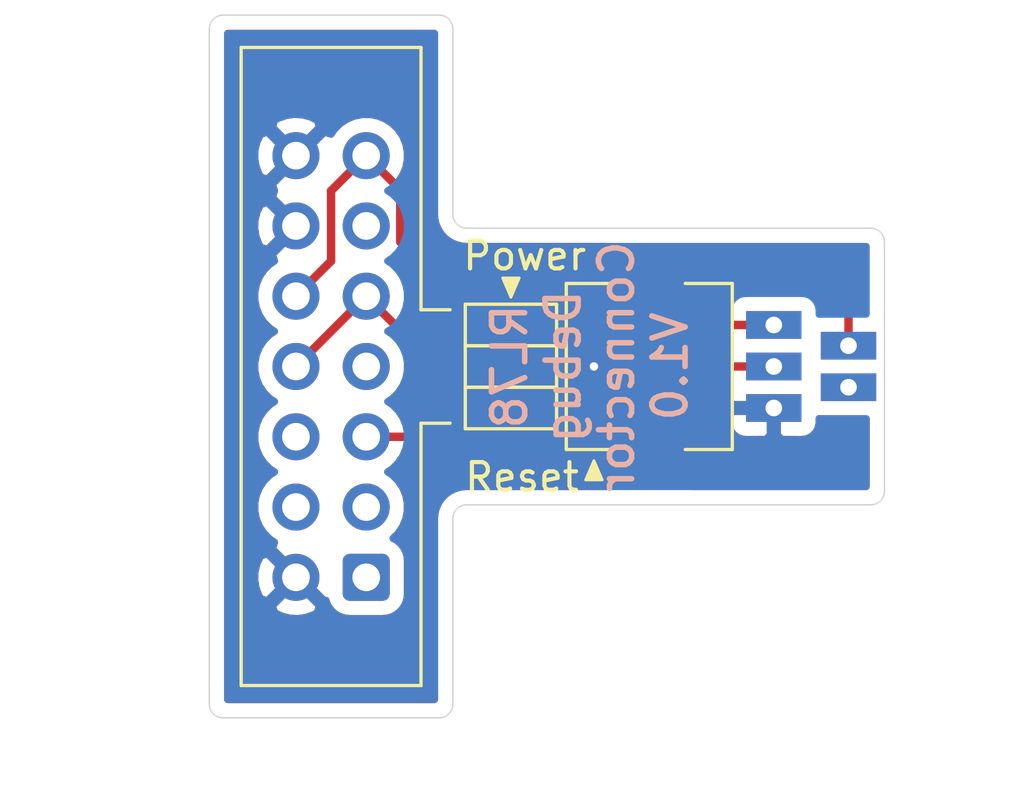
<source format=kicad_pcb>
(kicad_pcb (version 20171130) (host pcbnew "(5.1.9-0-10_14)")

  (general
    (thickness 1.6)
    (drawings 23)
    (tracks 37)
    (zones 0)
    (modules 6)
    (nets 6)
  )

  (page A4)
  (title_block
    (title RL78DebugConnector)
    (date 2021-04-10)
    (rev V1.0)
    (company https://github.com/KimiakiK)
  )

  (layers
    (0 F.Cu signal)
    (31 B.Cu signal)
    (32 B.Adhes user)
    (33 F.Adhes user)
    (34 B.Paste user)
    (35 F.Paste user)
    (36 B.SilkS user)
    (37 F.SilkS user)
    (38 B.Mask user)
    (39 F.Mask user)
    (40 Dwgs.User user)
    (41 Cmts.User user)
    (42 Eco1.User user)
    (43 Eco2.User user)
    (44 Edge.Cuts user)
    (45 Margin user)
    (46 B.CrtYd user)
    (47 F.CrtYd user)
    (48 B.Fab user)
    (49 F.Fab user hide)
  )

  (setup
    (last_trace_width 0.3048)
    (trace_clearance 0.2032)
    (zone_clearance 0.508)
    (zone_45_only no)
    (trace_min 0.2032)
    (via_size 0.6096)
    (via_drill 0.3048)
    (via_min_size 0.6096)
    (via_min_drill 0.3048)
    (uvia_size 0.2032)
    (uvia_drill 0.1016)
    (uvias_allowed no)
    (uvia_min_size 0.2032)
    (uvia_min_drill 0.1016)
    (edge_width 0.05)
    (segment_width 0.2)
    (pcb_text_width 0.3)
    (pcb_text_size 1.5 1.5)
    (mod_edge_width 0.12)
    (mod_text_size 1 1)
    (mod_text_width 0.15)
    (pad_size 1.524 1.524)
    (pad_drill 0.762)
    (pad_to_mask_clearance 0)
    (aux_axis_origin 0 0)
    (visible_elements FFFFFF7F)
    (pcbplotparams
      (layerselection 0x010fc_ffffffff)
      (usegerberextensions true)
      (usegerberattributes false)
      (usegerberadvancedattributes false)
      (creategerberjobfile false)
      (excludeedgelayer true)
      (linewidth 0.100000)
      (plotframeref false)
      (viasonmask false)
      (mode 1)
      (useauxorigin false)
      (hpglpennumber 1)
      (hpglpenspeed 20)
      (hpglpendiameter 15.000000)
      (psnegative false)
      (psa4output false)
      (plotreference true)
      (plotvalue true)
      (plotinvisibletext false)
      (padsonsilk false)
      (subtractmaskfromsilk false)
      (outputformat 1)
      (mirror false)
      (drillshape 0)
      (scaleselection 1)
      (outputdirectory "RL78DebugConnector/"))
  )

  (net 0 "")
  (net 1 GND)
  (net 2 "Net-(D1-Pad2)")
  (net 3 +5V)
  (net 4 /RESET)
  (net 5 /TOOL0)

  (net_class Default "This is the default net class."
    (clearance 0.2032)
    (trace_width 0.3048)
    (via_dia 0.6096)
    (via_drill 0.3048)
    (uvia_dia 0.2032)
    (uvia_drill 0.1016)
    (diff_pair_width 0.2032)
    (diff_pair_gap 0.2032)
    (add_net +5V)
    (add_net /RESET)
    (add_net /TOOL0)
    (add_net GND)
    (add_net "Net-(D1-Pad2)")
  )

  (module RL78DebugConnector:Mini_USB_Male (layer F.Cu) (tedit 6071A3A9) (tstamp 6071E906)
    (at 10 0 90)
    (path /6073C7C0)
    (fp_text reference J2 (at 0 -6.2 90) (layer F.SilkS) hide
      (effects (font (size 1 1) (thickness 0.15)))
    )
    (fp_text value USB_B_Mini_Pin_Reverse (at 0 6.2 90) (layer F.Fab)
      (effects (font (size 1 1) (thickness 0.15)))
    )
    (fp_line (start -2.75 -3) (end 2.75 -3) (layer F.Fab) (width 0.12))
    (fp_line (start -2.75 0) (end -2.75 -5) (layer F.Fab) (width 0.12))
    (fp_line (start 2.75 0) (end -2.75 0) (layer F.Fab) (width 0.12))
    (fp_line (start 2.75 -5) (end 2.75 0) (layer F.Fab) (width 0.12))
    (fp_line (start -2.75 -5) (end 2.75 -5) (layer F.Fab) (width 0.12))
    (fp_line (start -2.5 5) (end -2.5 0) (layer F.Fab) (width 0.12))
    (fp_line (start 2.5 5) (end -2.5 5) (layer F.Fab) (width 0.12))
    (fp_line (start 2.5 0) (end 2.5 5) (layer F.Fab) (width 0.12))
    (fp_line (start -2.5 0) (end 2.5 0) (layer F.Fab) (width 0.12))
    (pad 5 thru_hole rect (at 1.5 -4 90) (size 1 2) (drill 0.6) (layers *.Cu *.Mask)
      (net 3 +5V))
    (pad 4 thru_hole rect (at 0.75 -1.3 90) (size 1 2) (drill 0.6) (layers *.Cu *.Mask)
      (net 4 /RESET))
    (pad 3 thru_hole rect (at 0 -4 90) (size 1 2) (drill 0.6) (layers *.Cu *.Mask)
      (net 5 /TOOL0))
    (pad 2 thru_hole rect (at -0.75 -1.3 90) (size 1 2) (drill 0.6) (layers *.Cu *.Mask))
    (pad 1 thru_hole rect (at -1.5 -4 90) (size 1 2) (drill 0.6) (layers *.Cu *.Mask)
      (net 1 GND))
  )

  (module RL78DebugConnector:IDC-Header_2x07_P2.54mm_Vertical (layer F.Cu) (tedit 60718D31) (tstamp 6071E8F4)
    (at -10 0 180)
    (descr "Through hole IDC box header, 2x07, 2.54mm pitch, DIN 41651 / IEC 60603-13, double rows, https://docs.google.com/spreadsheets/d/16SsEcesNF15N3Lb4niX7dcUr-NY5_MFPQhobNuNppn4/edit#gid=0")
    (tags "Through hole vertical IDC box header THT 2x07 2.54mm double row")
    (path /607192B1)
    (fp_text reference J1 (at 0 -13.72) (layer F.SilkS) hide
      (effects (font (size 1 1) (thickness 0.15)))
    )
    (fp_text value Renesas_Emulator_14pin (at 0 13.72) (layer F.Fab)
      (effects (font (size 1 1) (thickness 0.15)))
    )
    (fp_line (start 4.95 -13.22) (end -4.95 -13.22) (layer F.CrtYd) (width 0.05))
    (fp_line (start 4.95 13.22) (end 4.95 -13.22) (layer F.CrtYd) (width 0.05))
    (fp_line (start -4.95 13.22) (end 4.95 13.22) (layer F.CrtYd) (width 0.05))
    (fp_line (start -4.95 -13.22) (end -4.95 13.22) (layer F.CrtYd) (width 0.05))
    (fp_line (start -3.25 2.05) (end -4.3 2.05) (layer F.SilkS) (width 0.12))
    (fp_line (start -3.25 2.05) (end -3.25 2.05) (layer F.SilkS) (width 0.12))
    (fp_line (start -3.25 11.53) (end -3.25 2.05) (layer F.SilkS) (width 0.12))
    (fp_line (start 3.25 11.53) (end -3.25 11.53) (layer F.SilkS) (width 0.12))
    (fp_line (start 3.25 -11.53) (end 3.25 11.53) (layer F.SilkS) (width 0.12))
    (fp_line (start -3.25 -11.53) (end 3.25 -11.53) (layer F.SilkS) (width 0.12))
    (fp_line (start -3.25 -2.05) (end -3.25 -11.53) (layer F.SilkS) (width 0.12))
    (fp_line (start -4.3 -2.05) (end -3.25 -2.05) (layer F.SilkS) (width 0.12))
    (fp_line (start -3.25 2.05) (end -4.45 2.05) (layer F.Fab) (width 0.1))
    (fp_line (start -3.25 2.05) (end -3.25 2.05) (layer F.Fab) (width 0.1))
    (fp_line (start -3.25 11.53) (end -3.25 2.05) (layer F.Fab) (width 0.1))
    (fp_line (start 3.25 11.53) (end -3.25 11.53) (layer F.Fab) (width 0.1))
    (fp_line (start 3.25 -11.53) (end 3.25 11.53) (layer F.Fab) (width 0.1))
    (fp_line (start -3.25 -11.53) (end 3.25 -11.53) (layer F.Fab) (width 0.1))
    (fp_line (start -3.25 -2.05) (end -3.25 -11.53) (layer F.Fab) (width 0.1))
    (fp_line (start -4.45 -2.05) (end -3.25 -2.05) (layer F.Fab) (width 0.1))
    (fp_line (start -4.4 12.7) (end -4.4 -11.7) (layer F.Fab) (width 0.1))
    (fp_line (start 4.4 12.7) (end -4.4 12.7) (layer F.Fab) (width 0.1))
    (fp_line (start 4.4 -12.7) (end 4.4 12.7) (layer F.Fab) (width 0.1))
    (fp_line (start -3.4 -12.7) (end 4.4 -12.7) (layer F.Fab) (width 0.1))
    (fp_line (start -4.4 -11.7) (end -3.4 -12.7) (layer F.Fab) (width 0.1))
    (fp_text user %R (at 0 0 90) (layer F.Fab)
      (effects (font (size 1 1) (thickness 0.15)))
    )
    (pad 1 thru_hole roundrect (at -1.27 -7.62 180) (size 1.7 1.7) (drill 1) (layers *.Cu *.Mask) (roundrect_rratio 0.1470588235294118))
    (pad 3 thru_hole circle (at -1.27 -5.08 180) (size 1.7 1.7) (drill 1) (layers *.Cu *.Mask))
    (pad 5 thru_hole circle (at -1.27 -2.54 180) (size 1.7 1.7) (drill 1) (layers *.Cu *.Mask)
      (net 5 /TOOL0))
    (pad 7 thru_hole circle (at -1.27 0 180) (size 1.7 1.7) (drill 1) (layers *.Cu *.Mask))
    (pad 9 thru_hole circle (at -1.27 2.54 180) (size 1.7 1.7) (drill 1) (layers *.Cu *.Mask)
      (net 3 +5V))
    (pad 11 thru_hole circle (at -1.27 5.08 180) (size 1.7 1.7) (drill 1) (layers *.Cu *.Mask))
    (pad 13 thru_hole circle (at -1.27 7.62 180) (size 1.7 1.7) (drill 1) (layers *.Cu *.Mask)
      (net 4 /RESET))
    (pad 2 thru_hole circle (at 1.27 -7.62 180) (size 1.7 1.7) (drill 1) (layers *.Cu *.Mask)
      (net 1 GND))
    (pad 4 thru_hole circle (at 1.27 -5.08 180) (size 1.7 1.7) (drill 1) (layers *.Cu *.Mask))
    (pad 6 thru_hole circle (at 1.27 -2.54 180) (size 1.7 1.7) (drill 1) (layers *.Cu *.Mask))
    (pad 8 thru_hole circle (at 1.27 0 180) (size 1.7 1.7) (drill 1) (layers *.Cu *.Mask)
      (net 3 +5V))
    (pad 10 thru_hole circle (at 1.27 2.54 180) (size 1.7 1.7) (drill 1) (layers *.Cu *.Mask)
      (net 4 /RESET))
    (pad 12 thru_hole circle (at 1.27 5.08 180) (size 1.7 1.7) (drill 1) (layers *.Cu *.Mask)
      (net 1 GND))
    (pad 14 thru_hole circle (at 1.27 7.62 180) (size 1.7 1.7) (drill 1) (layers *.Cu *.Mask)
      (net 1 GND))
    (model ${KISYS3DMOD}/Connector_IDC.3dshapes/IDC-Header_2x07_P2.54mm_Vertical.wrl
      (at (xyz 0 0 0))
      (scale (xyz 1 1 1))
      (rotate (xyz 0 0 0))
    )
  )

  (module RL78DebugConnector:Switch_TS665SG-S (layer F.Cu) (tedit 607183EC) (tstamp 6071E93C)
    (at 1.5 0 270)
    (path /607218BE)
    (fp_text reference SW1 (at 0 -4 90) (layer F.SilkS) hide
      (effects (font (size 1 1) (thickness 0.15)))
    )
    (fp_text value SW_Push (at 0 4 90) (layer F.Fab)
      (effects (font (size 1 1) (thickness 0.15)))
    )
    (fp_line (start -3 -3) (end 3 -3) (layer F.CrtYd) (width 0.12))
    (fp_line (start 3 -3) (end 3 3) (layer F.CrtYd) (width 0.12))
    (fp_line (start 3 3) (end -3 3) (layer F.CrtYd) (width 0.12))
    (fp_line (start -3 3) (end -3 -3) (layer F.CrtYd) (width 0.12))
    (fp_line (start -3 -1.3) (end -3 -3) (layer F.SilkS) (width 0.12))
    (fp_line (start -3 -3) (end 3 -3) (layer F.SilkS) (width 0.12))
    (fp_line (start 3 -3) (end 3 -1.3) (layer F.SilkS) (width 0.12))
    (fp_line (start 3 1.3) (end 3 3) (layer F.SilkS) (width 0.12))
    (fp_line (start 3 3) (end -3 3) (layer F.SilkS) (width 0.12))
    (fp_line (start -3 3) (end -3 1.3) (layer F.SilkS) (width 0.12))
    (pad 2 smd rect (at 3 0 270) (size 2 2) (layers F.Cu F.Paste F.Mask)
      (net 1 GND))
    (pad 1 smd rect (at -3 0 270) (size 2 2) (layers F.Cu F.Paste F.Mask)
      (net 4 /RESET))
  )

  (module RL78DebugConnector:1608Metric (layer F.Cu) (tedit 606EDCAD) (tstamp 6071E92C)
    (at -3.5 0)
    (descr "SMD 0603 (1608 Metric)")
    (path /607208CC)
    (attr smd)
    (fp_text reference R2 (at 0 -1.778) (layer F.SilkS) hide
      (effects (font (size 1 1) (thickness 0.15)))
    )
    (fp_text value R_Small (at 0 1.778) (layer F.Fab)
      (effects (font (size 1 1) (thickness 0.15)))
    )
    (fp_line (start -1.65 -0.75) (end -1.65 0.75) (layer F.SilkS) (width 0.12))
    (fp_line (start 1.65 -0.75) (end 1.65 0.75) (layer F.SilkS) (width 0.12))
    (fp_line (start -0.8 0.4) (end -0.8 -0.4) (layer F.Fab) (width 0.1))
    (fp_line (start -0.8 -0.4) (end 0.8 -0.4) (layer F.Fab) (width 0.1))
    (fp_line (start 0.8 -0.4) (end 0.8 0.4) (layer F.Fab) (width 0.1))
    (fp_line (start 0.8 0.4) (end -0.8 0.4) (layer F.Fab) (width 0.1))
    (fp_line (start -1.65 -0.75) (end 1.65 -0.75) (layer F.SilkS) (width 0.12))
    (fp_line (start -1.65 0.75) (end 1.65 0.75) (layer F.SilkS) (width 0.12))
    (fp_line (start -1.6 0.7) (end -1.6 -0.7) (layer F.CrtYd) (width 0.05))
    (fp_line (start -1.6 -0.7) (end 1.6 -0.7) (layer F.CrtYd) (width 0.05))
    (fp_line (start 1.6 -0.7) (end 1.6 0.7) (layer F.CrtYd) (width 0.05))
    (fp_line (start 1.6 0.7) (end -1.6 0.7) (layer F.CrtYd) (width 0.05))
    (fp_text user %R (at 0 0) (layer F.Fab)
      (effects (font (size 0.4 0.4) (thickness 0.06)))
    )
    (pad 1 smd roundrect (at -0.85 0) (size 1 0.9) (layers F.Cu F.Paste F.Mask) (roundrect_rratio 0.25)
      (net 3 +5V))
    (pad 2 smd roundrect (at 0.85 0) (size 1 0.9) (layers F.Cu F.Paste F.Mask) (roundrect_rratio 0.25)
      (net 2 "Net-(D1-Pad2)"))
    (model ${KISYS3DMOD}/Capacitor_SMD.3dshapes/C_0603_1608Metric.wrl
      (at (xyz 0 0 0))
      (scale (xyz 1 1 1))
      (rotate (xyz 0 0 0))
    )
  )

  (module RL78DebugConnector:1608Metric (layer F.Cu) (tedit 606EDCAD) (tstamp 6071E919)
    (at -3.5 1.5)
    (descr "SMD 0603 (1608 Metric)")
    (path /607277B0)
    (attr smd)
    (fp_text reference R1 (at 0 -1.778) (layer F.SilkS) hide
      (effects (font (size 1 1) (thickness 0.15)))
    )
    (fp_text value 1k (at 0 1.778) (layer F.Fab)
      (effects (font (size 1 1) (thickness 0.15)))
    )
    (fp_line (start -1.65 -0.75) (end -1.65 0.75) (layer F.SilkS) (width 0.12))
    (fp_line (start 1.65 -0.75) (end 1.65 0.75) (layer F.SilkS) (width 0.12))
    (fp_line (start -0.8 0.4) (end -0.8 -0.4) (layer F.Fab) (width 0.1))
    (fp_line (start -0.8 -0.4) (end 0.8 -0.4) (layer F.Fab) (width 0.1))
    (fp_line (start 0.8 -0.4) (end 0.8 0.4) (layer F.Fab) (width 0.1))
    (fp_line (start 0.8 0.4) (end -0.8 0.4) (layer F.Fab) (width 0.1))
    (fp_line (start -1.65 -0.75) (end 1.65 -0.75) (layer F.SilkS) (width 0.12))
    (fp_line (start -1.65 0.75) (end 1.65 0.75) (layer F.SilkS) (width 0.12))
    (fp_line (start -1.6 0.7) (end -1.6 -0.7) (layer F.CrtYd) (width 0.05))
    (fp_line (start -1.6 -0.7) (end 1.6 -0.7) (layer F.CrtYd) (width 0.05))
    (fp_line (start 1.6 -0.7) (end 1.6 0.7) (layer F.CrtYd) (width 0.05))
    (fp_line (start 1.6 0.7) (end -1.6 0.7) (layer F.CrtYd) (width 0.05))
    (fp_text user %R (at 0 0) (layer F.Fab)
      (effects (font (size 0.4 0.4) (thickness 0.06)))
    )
    (pad 1 smd roundrect (at -0.85 0) (size 1 0.9) (layers F.Cu F.Paste F.Mask) (roundrect_rratio 0.25)
      (net 5 /TOOL0))
    (pad 2 smd roundrect (at 0.85 0) (size 1 0.9) (layers F.Cu F.Paste F.Mask) (roundrect_rratio 0.25)
      (net 3 +5V))
    (model ${KISYS3DMOD}/Capacitor_SMD.3dshapes/C_0603_1608Metric.wrl
      (at (xyz 0 0 0))
      (scale (xyz 1 1 1))
      (rotate (xyz 0 0 0))
    )
  )

  (module RL78DebugConnector:1608Metric (layer F.Cu) (tedit 606EDCAD) (tstamp 6071E8E4)
    (at -3.5 -1.5 180)
    (descr "SMD 0603 (1608 Metric)")
    (path /60721014)
    (attr smd)
    (fp_text reference D1 (at 0 -1.778) (layer F.SilkS) hide
      (effects (font (size 1 1) (thickness 0.15)))
    )
    (fp_text value LED_Small (at 0 1.778) (layer F.Fab)
      (effects (font (size 1 1) (thickness 0.15)))
    )
    (fp_line (start -1.65 -0.75) (end -1.65 0.75) (layer F.SilkS) (width 0.12))
    (fp_line (start 1.65 -0.75) (end 1.65 0.75) (layer F.SilkS) (width 0.12))
    (fp_line (start -0.8 0.4) (end -0.8 -0.4) (layer F.Fab) (width 0.1))
    (fp_line (start -0.8 -0.4) (end 0.8 -0.4) (layer F.Fab) (width 0.1))
    (fp_line (start 0.8 -0.4) (end 0.8 0.4) (layer F.Fab) (width 0.1))
    (fp_line (start 0.8 0.4) (end -0.8 0.4) (layer F.Fab) (width 0.1))
    (fp_line (start -1.65 -0.75) (end 1.65 -0.75) (layer F.SilkS) (width 0.12))
    (fp_line (start -1.65 0.75) (end 1.65 0.75) (layer F.SilkS) (width 0.12))
    (fp_line (start -1.6 0.7) (end -1.6 -0.7) (layer F.CrtYd) (width 0.05))
    (fp_line (start -1.6 -0.7) (end 1.6 -0.7) (layer F.CrtYd) (width 0.05))
    (fp_line (start 1.6 -0.7) (end 1.6 0.7) (layer F.CrtYd) (width 0.05))
    (fp_line (start 1.6 0.7) (end -1.6 0.7) (layer F.CrtYd) (width 0.05))
    (fp_text user %R (at 0 0) (layer F.Fab)
      (effects (font (size 0.4 0.4) (thickness 0.06)))
    )
    (pad 1 smd roundrect (at -0.85 0 180) (size 1 0.9) (layers F.Cu F.Paste F.Mask) (roundrect_rratio 0.25)
      (net 1 GND))
    (pad 2 smd roundrect (at 0.85 0 180) (size 1 0.9) (layers F.Cu F.Paste F.Mask) (roundrect_rratio 0.25)
      (net 2 "Net-(D1-Pad2)"))
    (model ${KISYS3DMOD}/Capacitor_SMD.3dshapes/C_0603_1608Metric.wrl
      (at (xyz 0 0 0))
      (scale (xyz 1 1 1))
      (rotate (xyz 0 0 0))
    )
  )

  (dimension 25.4 (width 0.15) (layer Dwgs.User)
    (gr_text "25.400 mm" (at -18.3 0 90) (layer Dwgs.User)
      (effects (font (size 1 1) (thickness 0.15)))
    )
    (feature1 (pts (xy -14.4 -12.7) (xy -17.586421 -12.7)))
    (feature2 (pts (xy -14.4 12.7) (xy -17.586421 12.7)))
    (crossbar (pts (xy -17 12.7) (xy -17 -12.7)))
    (arrow1a (pts (xy -17 -12.7) (xy -16.413579 -11.573496)))
    (arrow1b (pts (xy -17 -12.7) (xy -17.586421 -11.573496)))
    (arrow2a (pts (xy -17 12.7) (xy -16.413579 11.573496)))
    (arrow2b (pts (xy -17 12.7) (xy -17.586421 11.573496)))
  )
  (dimension 24.4 (width 0.15) (layer Dwgs.User)
    (gr_text "24.400 mm" (at -2.2 16.3) (layer Dwgs.User)
      (effects (font (size 1 1) (thickness 0.15)))
    )
    (feature1 (pts (xy 10 12.7) (xy 10 15.586421)))
    (feature2 (pts (xy -14.4 12.7) (xy -14.4 15.586421)))
    (crossbar (pts (xy -14.4 15) (xy 10 15)))
    (arrow1a (pts (xy 10 15) (xy 8.873496 15.586421)))
    (arrow1b (pts (xy 10 15) (xy 8.873496 14.413579)))
    (arrow2a (pts (xy -14.4 15) (xy -13.273496 15.586421)))
    (arrow2b (pts (xy -14.4 15) (xy -13.273496 14.413579)))
  )
  (gr_text "RL78\nDebug\nConnector\nV1.0" (at -0.65 0 90) (layer B.SilkS)
    (effects (font (size 1.2 1.2) (thickness 0.2)) (justify mirror))
  )
  (gr_poly (pts (xy -0.5 3.4) (xy -0.2 4.1) (xy -0.8 4.1)) (layer F.SilkS) (width 0.1) (tstamp 607200EE))
  (gr_poly (pts (xy -3.5 -2.5) (xy -3.8 -3.2) (xy -3.2 -3.2)) (layer F.SilkS) (width 0.1))
  (gr_text Power (at -3 -4) (layer F.SilkS)
    (effects (font (size 1 1) (thickness 0.15)))
  )
  (gr_text Reset (at -3.1 4) (layer F.SilkS)
    (effects (font (size 1 1) (thickness 0.15)))
  )
  (gr_line (start -6.1 -12.7) (end -13.9 -12.7) (layer Edge.Cuts) (width 0.05) (tstamp 6071FAFC))
  (gr_line (start -5.6 -5.5) (end -5.6 -12.2) (layer Edge.Cuts) (width 0.05) (tstamp 6071FAFB))
  (gr_line (start 9.5 -5) (end -5.1 -5) (layer Edge.Cuts) (width 0.05) (tstamp 6071FAFA))
  (gr_line (start -5.1 5) (end 9.5 5) (layer Edge.Cuts) (width 0.05) (tstamp 6071FAF9))
  (gr_line (start -5.6 12.2) (end -5.6 5.5) (layer Edge.Cuts) (width 0.05) (tstamp 6071FAF8))
  (gr_line (start -13.9 12.7) (end -6.1 12.7) (layer Edge.Cuts) (width 0.05) (tstamp 6071FAF7))
  (gr_line (start -14.4 -12.2) (end -14.4 12.2) (layer Edge.Cuts) (width 0.05) (tstamp 6071FAF6))
  (gr_line (start 10 -4.5) (end 10 4.5) (layer Edge.Cuts) (width 0.05) (tstamp 6071FAE3))
  (gr_arc (start -5.1 5.5) (end -5.1 5) (angle -90) (layer Edge.Cuts) (width 0.05))
  (gr_arc (start -6.1 12.2) (end -6.1 12.7) (angle -90) (layer Edge.Cuts) (width 0.05))
  (gr_arc (start -6.1 -12.2) (end -5.6 -12.2) (angle -90) (layer Edge.Cuts) (width 0.05))
  (gr_arc (start -5.1 -5.5) (end -5.6 -5.5) (angle -90) (layer Edge.Cuts) (width 0.05))
  (gr_arc (start 9.5 -4.5) (end 10 -4.5) (angle -90) (layer Edge.Cuts) (width 0.05))
  (gr_arc (start 9.5 4.5) (end 9.5 5) (angle -90) (layer Edge.Cuts) (width 0.05))
  (gr_arc (start -13.9 12.2) (end -14.4 12.2) (angle -90) (layer Edge.Cuts) (width 0.05))
  (gr_arc (start -13.9 -12.2) (end -13.9 -12.7) (angle -90) (layer Edge.Cuts) (width 0.05))

  (segment (start -2.65 -1.5) (end -0.5 -1.5) (width 0.3048) (layer F.Cu) (net 1))
  (via (at -0.5 0) (size 0.6096) (drill 0.3048) (layers F.Cu B.Cu) (net 1))
  (segment (start -0.5 -1.5) (end -0.5 0) (width 0.3048) (layer F.Cu) (net 1))
  (segment (start 1 1.5) (end -0.5 0) (width 0.3048) (layer B.Cu) (net 1))
  (segment (start 6 1.5) (end 1 1.5) (width 0.3048) (layer B.Cu) (net 1))
  (segment (start 1.5 3) (end -0.05 3) (width 0.3048) (layer F.Cu) (net 1))
  (segment (start 1.5 3) (end 1.5 1.45) (width 0.3048) (layer F.Cu) (net 1))
  (segment (start -4.35 -1.5) (end -3.6 -0.75) (width 0.3048) (layer F.Cu) (net 2))
  (segment (start -2.65 0) (end -3.4 -0.75) (width 0.3048) (layer F.Cu) (net 2))
  (segment (start -3.4 -0.75) (end -3.6 -0.75) (width 0.3048) (layer F.Cu) (net 2))
  (segment (start -11.27 0) (end -8.73 -2.54) (width 0.3048) (layer F.Cu) (net 3))
  (segment (start -4.35 0) (end -3.6 0.75) (width 0.3048) (layer F.Cu) (net 3))
  (segment (start -2.65 1.5) (end -3.4 0.75) (width 0.3048) (layer F.Cu) (net 3))
  (segment (start -3.4 0.75) (end -3.6 0.75) (width 0.3048) (layer F.Cu) (net 3))
  (segment (start -8.73 -2.54) (end -6.2 -0.01) (width 0.3048) (layer F.Cu) (net 3))
  (segment (start -4.36 -0.01) (end -4.35 0) (width 0.3048) (layer F.Cu) (net 3))
  (segment (start -6.2 -0.01) (end -4.36 -0.01) (width 0.3048) (layer F.Cu) (net 3))
  (segment (start 2.581566 -1.5) (end 6 -1.5) (width 0.3048) (layer F.Cu) (net 3))
  (segment (start -0.418434 1.5) (end 2.581566 -1.5) (width 0.3048) (layer F.Cu) (net 3))
  (segment (start -2.65 1.5) (end -0.418434 1.5) (width 0.3048) (layer F.Cu) (net 3))
  (segment (start -11.27 -2.54) (end -10 -3.81) (width 0.3048) (layer F.Cu) (net 4))
  (segment (start -8.73 -7.62) (end -10 -6.35) (width 0.3048) (layer F.Cu) (net 4))
  (segment (start -10 -6.35) (end -10 -3.81) (width 0.3048) (layer F.Cu) (net 4))
  (segment (start -6 -3) (end 1.5 -3) (width 0.3048) (layer F.Cu) (net 4))
  (segment (start -8.73 -7.62) (end -7.5 -6.39) (width 0.3048) (layer F.Cu) (net 4))
  (segment (start -7.5 -4.5) (end -6 -3) (width 0.3048) (layer F.Cu) (net 4))
  (segment (start -7.5 -6.39) (end -7.5 -4.5) (width 0.3048) (layer F.Cu) (net 4))
  (segment (start 1.5 -3) (end 8.25 -3) (width 0.3048) (layer F.Cu) (net 4))
  (segment (start 8.7 -2.55) (end 8.7 -0.75) (width 0.3048) (layer F.Cu) (net 4))
  (segment (start 8.25 -3) (end 8.7 -2.55) (width 0.3048) (layer F.Cu) (net 4))
  (segment (start -8.73 2.54) (end -4.64 2.54) (width 0.3048) (layer F.Cu) (net 5))
  (segment (start -4.35 2.25) (end -4.35 1.5) (width 0.3048) (layer F.Cu) (net 5))
  (segment (start -4.64 2.54) (end -4.35 2.25) (width 0.3048) (layer F.Cu) (net 5))
  (segment (start -4.35 2.25) (end -4.05 2.55) (width 0.3048) (layer F.Cu) (net 5))
  (segment (start -4.05 2.55) (end -0.75 2.55) (width 0.3048) (layer F.Cu) (net 5))
  (segment (start 1.8 0) (end 6 0) (width 0.3048) (layer F.Cu) (net 5))
  (segment (start -0.75 2.55) (end 1.8 0) (width 0.3048) (layer F.Cu) (net 5))

  (zone (net 1) (net_name GND) (layer F.Cu) (tstamp 60720876) (hatch edge 0.508)
    (connect_pads (clearance 0.508))
    (min_thickness 0.254)
    (fill yes (arc_segments 32) (thermal_gap 0.508) (thermal_bridge_width 0.508))
    (polygon
      (pts
        (xy 10 13) (xy -15 13) (xy -15 -13) (xy 10 -13)
      )
    )
    (filled_polygon
      (pts
        (xy -6.26 -5.467582) (xy -6.257251 -5.439672) (xy -6.257272 -5.436692) (xy -6.256373 -5.427521) (xy -6.251309 -5.379337)
        (xy -6.25045 -5.370618) (xy -6.250362 -5.370327) (xy -6.246173 -5.330473) (xy -6.234139 -5.271848) (xy -6.222936 -5.213116)
        (xy -6.220272 -5.204294) (xy -6.191416 -5.111075) (xy -6.168233 -5.055925) (xy -6.145825 -5.000463) (xy -6.141498 -4.992327)
        (xy -6.095086 -4.906489) (xy -6.061638 -4.856902) (xy -6.028881 -4.806844) (xy -6.023057 -4.799703) (xy -5.960855 -4.724514)
        (xy -5.918406 -4.682361) (xy -5.876561 -4.639629) (xy -5.86946 -4.633755) (xy -5.79384 -4.572079) (xy -5.743975 -4.538948)
        (xy -5.69465 -4.505175) (xy -5.686555 -4.500798) (xy -5.686552 -4.500796) (xy -5.686549 -4.500795) (xy -5.686544 -4.500792)
        (xy -5.600383 -4.45498) (xy -5.545091 -4.432191) (xy -5.490102 -4.408622) (xy -5.481299 -4.405897) (xy -5.387881 -4.377692)
        (xy -5.329174 -4.366067) (xy -5.270684 -4.353635) (xy -5.26153 -4.352673) (xy -5.261524 -4.352672) (xy -5.261519 -4.352672)
        (xy -5.164402 -4.34315) (xy -5.132419 -4.34) (xy -0.038284 -4.34) (xy -0.089502 -4.24418) (xy -0.125812 -4.124482)
        (xy -0.138072 -4) (xy -0.138072 -3.7874) (xy -5.673848 -3.7874) (xy -6.7126 -4.82615) (xy -6.7126 -6.351335)
        (xy -6.708792 -6.39) (xy -6.7126 -6.428665) (xy -6.7126 -6.428673) (xy -6.723994 -6.544357) (xy -6.769018 -6.692783)
        (xy -6.842134 -6.829572) (xy -6.857949 -6.848843) (xy -6.915878 -6.91943) (xy -6.915881 -6.919433) (xy -6.940531 -6.949469)
        (xy -6.970566 -6.974118) (xy -7.282361 -7.285913) (xy -7.245 -7.47374) (xy -7.245 -7.76626) (xy -7.302068 -8.053158)
        (xy -7.41401 -8.323411) (xy -7.576525 -8.566632) (xy -7.783368 -8.773475) (xy -8.026589 -8.93599) (xy -8.296842 -9.047932)
        (xy -8.58374 -9.105) (xy -8.87626 -9.105) (xy -9.163158 -9.047932) (xy -9.433411 -8.93599) (xy -9.676632 -8.773475)
        (xy -9.883475 -8.566632) (xy -9.999311 -8.393271) (xy -10.241603 -8.468792) (xy -11.090395 -7.62) (xy -11.076253 -7.605858)
        (xy -11.255858 -7.426253) (xy -11.27 -7.440395) (xy -12.118792 -6.591603) (xy -12.043486 -6.35) (xy -12.118792 -6.108397)
        (xy -11.27 -5.259605) (xy -11.255858 -5.273748) (xy -11.127 -5.14489) (xy -11.127 -5.01511) (xy -11.255858 -4.886253)
        (xy -11.27 -4.900395) (xy -12.118792 -4.051603) (xy -12.043271 -3.809311) (xy -12.216632 -3.693475) (xy -12.423475 -3.486632)
        (xy -12.58599 -3.243411) (xy -12.697932 -2.973158) (xy -12.755 -2.68626) (xy -12.755 -2.39374) (xy -12.697932 -2.106842)
        (xy -12.58599 -1.836589) (xy -12.423475 -1.593368) (xy -12.216632 -1.386525) (xy -12.04224 -1.27) (xy -12.216632 -1.153475)
        (xy -12.423475 -0.946632) (xy -12.58599 -0.703411) (xy -12.697932 -0.433158) (xy -12.755 -0.14626) (xy -12.755 0.14626)
        (xy -12.697932 0.433158) (xy -12.58599 0.703411) (xy -12.423475 0.946632) (xy -12.216632 1.153475) (xy -12.04224 1.27)
        (xy -12.216632 1.386525) (xy -12.423475 1.593368) (xy -12.58599 1.836589) (xy -12.697932 2.106842) (xy -12.755 2.39374)
        (xy -12.755 2.68626) (xy -12.697932 2.973158) (xy -12.58599 3.243411) (xy -12.423475 3.486632) (xy -12.216632 3.693475)
        (xy -12.04224 3.81) (xy -12.216632 3.926525) (xy -12.423475 4.133368) (xy -12.58599 4.376589) (xy -12.697932 4.646842)
        (xy -12.755 4.93374) (xy -12.755 5.22626) (xy -12.697932 5.513158) (xy -12.58599 5.783411) (xy -12.423475 6.026632)
        (xy -12.216632 6.233475) (xy -12.043271 6.349311) (xy -12.118792 6.591603) (xy -11.27 7.440395) (xy -11.255858 7.426253)
        (xy -11.076253 7.605858) (xy -11.090395 7.62) (xy -10.241603 8.468792) (xy -10.18358 8.450707) (xy -10.150472 8.55985)
        (xy -10.068405 8.713386) (xy -9.957962 8.847962) (xy -9.823386 8.958405) (xy -9.66985 9.040472) (xy -9.503254 9.091008)
        (xy -9.33 9.108072) (xy -8.13 9.108072) (xy -7.956746 9.091008) (xy -7.79015 9.040472) (xy -7.636614 8.958405)
        (xy -7.502038 8.847962) (xy -7.391595 8.713386) (xy -7.309528 8.55985) (xy -7.258992 8.393254) (xy -7.241928 8.22)
        (xy -7.241928 7.02) (xy -7.258992 6.846746) (xy -7.309528 6.68015) (xy -7.391595 6.526614) (xy -7.502038 6.392038)
        (xy -7.636614 6.281595) (xy -7.763608 6.213715) (xy -7.576525 6.026632) (xy -7.41401 5.783411) (xy -7.302068 5.513158)
        (xy -7.245 5.22626) (xy -7.245 4.93374) (xy -7.302068 4.646842) (xy -7.41401 4.376589) (xy -7.576525 4.133368)
        (xy -7.783368 3.926525) (xy -7.95776 3.81) (xy -7.783368 3.693475) (xy -7.576525 3.486632) (xy -7.47013 3.3274)
        (xy -4.678663 3.3274) (xy -4.64 3.331208) (xy -4.601337 3.3274) (xy -4.601327 3.3274) (xy -4.485643 3.316006)
        (xy -4.359083 3.277615) (xy -4.352783 3.280982) (xy -4.204357 3.326006) (xy -4.088673 3.3374) (xy -4.088664 3.3374)
        (xy -4.050001 3.341208) (xy -4.011338 3.3374) (xy -0.788663 3.3374) (xy -0.75 3.341208) (xy -0.711337 3.3374)
        (xy -0.711327 3.3374) (xy -0.595643 3.326006) (xy -0.447217 3.280982) (xy -0.310428 3.207866) (xy -0.190531 3.109469)
        (xy -0.165872 3.079422) (xy -0.135 3.04855) (xy -0.135 3.127002) (xy 0.023748 3.127002) (xy -0.135 3.28575)
        (xy -0.138072 4) (xy -0.125812 4.124482) (xy -0.089502 4.24418) (xy -0.038284 4.34) (xy -5.132419 4.34)
        (xy -5.160329 4.342749) (xy -5.163307 4.342728) (xy -5.172478 4.343627) (xy -5.22064 4.348689) (xy -5.229383 4.34955)
        (xy -5.229675 4.349638) (xy -5.269527 4.353827) (xy -5.328146 4.36586) (xy -5.386884 4.377064) (xy -5.395706 4.379728)
        (xy -5.488925 4.408584) (xy -5.544063 4.431762) (xy -5.599537 4.454175) (xy -5.607666 4.458498) (xy -5.60767 4.4585)
        (xy -5.607673 4.458502) (xy -5.693511 4.504915) (xy -5.743087 4.538355) (xy -5.793156 4.571119) (xy -5.800297 4.576943)
        (xy -5.875486 4.639145) (xy -5.917639 4.681594) (xy -5.960371 4.723439) (xy -5.966245 4.73054) (xy -6.027921 4.806161)
        (xy -6.061012 4.855966) (xy -6.094826 4.90535) (xy -6.099208 4.913456) (xy -6.14502 4.999617) (xy -6.167809 5.054909)
        (xy -6.191378 5.109898) (xy -6.194103 5.118701) (xy -6.222308 5.212119) (xy -6.233933 5.270826) (xy -6.246365 5.329316)
        (xy -6.247327 5.33847) (xy -6.247328 5.338476) (xy -6.247328 5.338481) (xy -6.25685 5.435598) (xy -6.25685 5.435608)
        (xy -6.259999 5.467581) (xy -6.26 12.04) (xy -13.74 12.04) (xy -13.74 8.648397) (xy -12.118792 8.648397)
        (xy -12.041157 8.897472) (xy -11.777117 9.023371) (xy -11.493589 9.095339) (xy -11.201469 9.110611) (xy -10.911981 9.068599)
        (xy -10.636253 8.970919) (xy -10.498843 8.897472) (xy -10.421208 8.648397) (xy -11.27 7.799605) (xy -12.118792 8.648397)
        (xy -13.74 8.648397) (xy -13.74 7.688531) (xy -12.760611 7.688531) (xy -12.718599 7.978019) (xy -12.620919 8.253747)
        (xy -12.547472 8.391157) (xy -12.298397 8.468792) (xy -11.449605 7.62) (xy -12.298397 6.771208) (xy -12.547472 6.848843)
        (xy -12.673371 7.112883) (xy -12.745339 7.396411) (xy -12.760611 7.688531) (xy -13.74 7.688531) (xy -13.74 -5.011469)
        (xy -12.760611 -5.011469) (xy -12.718599 -4.721981) (xy -12.620919 -4.446253) (xy -12.547472 -4.308843) (xy -12.298397 -4.231208)
        (xy -11.449605 -5.08) (xy -12.298397 -5.928792) (xy -12.547472 -5.851157) (xy -12.673371 -5.587117) (xy -12.745339 -5.303589)
        (xy -12.760611 -5.011469) (xy -13.74 -5.011469) (xy -13.74 -7.551469) (xy -12.760611 -7.551469) (xy -12.718599 -7.261981)
        (xy -12.620919 -6.986253) (xy -12.547472 -6.848843) (xy -12.298397 -6.771208) (xy -11.449605 -7.62) (xy -12.298397 -8.468792)
        (xy -12.547472 -8.391157) (xy -12.673371 -8.127117) (xy -12.745339 -7.843589) (xy -12.760611 -7.551469) (xy -13.74 -7.551469)
        (xy -13.74 -8.648397) (xy -12.118792 -8.648397) (xy -11.27 -7.799605) (xy -10.421208 -8.648397) (xy -10.498843 -8.897472)
        (xy -10.762883 -9.023371) (xy -11.046411 -9.095339) (xy -11.338531 -9.110611) (xy -11.628019 -9.068599) (xy -11.903747 -8.970919)
        (xy -12.041157 -8.897472) (xy -12.118792 -8.648397) (xy -13.74 -8.648397) (xy -13.74 -12.04) (xy -6.259999 -12.04)
      )
    )
    (filled_polygon
      (pts
        (xy 4.374188 0.875518) (xy 4.361928 1) (xy 4.365 1.21425) (xy 4.52375 1.373) (xy 5.873 1.373)
        (xy 5.873 1.353) (xy 6.127 1.353) (xy 6.127 1.373) (xy 6.147 1.373) (xy 6.147 1.627)
        (xy 6.127 1.627) (xy 6.127 2.47625) (xy 6.28575 2.635) (xy 7 2.638072) (xy 7.124482 2.625812)
        (xy 7.24418 2.589502) (xy 7.354494 2.530537) (xy 7.451185 2.451185) (xy 7.530537 2.354494) (xy 7.589502 2.24418)
        (xy 7.625812 2.124482) (xy 7.638072 2) (xy 7.636377 1.881806) (xy 7.7 1.888072) (xy 9.340001 1.888072)
        (xy 9.340001 4.34) (xy 3.038284 4.34) (xy 3.089502 4.24418) (xy 3.125812 4.124482) (xy 3.138072 4)
        (xy 3.135 3.28575) (xy 2.97625 3.127) (xy 1.627 3.127) (xy 1.627 3.147) (xy 1.373 3.147)
        (xy 1.373 3.127) (xy 1.353 3.127) (xy 1.353 2.873) (xy 1.373 2.873) (xy 1.373 2.853)
        (xy 1.627 2.853) (xy 1.627 2.873) (xy 2.97625 2.873) (xy 3.135 2.71425) (xy 3.138072 2)
        (xy 4.361928 2) (xy 4.374188 2.124482) (xy 4.410498 2.24418) (xy 4.469463 2.354494) (xy 4.548815 2.451185)
        (xy 4.645506 2.530537) (xy 4.75582 2.589502) (xy 4.875518 2.625812) (xy 5 2.638072) (xy 5.71425 2.635)
        (xy 5.873 2.47625) (xy 5.873 1.627) (xy 4.52375 1.627) (xy 4.365 1.78575) (xy 4.361928 2)
        (xy 3.138072 2) (xy 3.125812 1.875518) (xy 3.089502 1.75582) (xy 3.030537 1.645506) (xy 2.951185 1.548815)
        (xy 2.854494 1.469463) (xy 2.74418 1.410498) (xy 2.624482 1.374188) (xy 2.5 1.361928) (xy 1.78575 1.365)
        (xy 1.627002 1.523748) (xy 1.627002 1.365) (xy 1.548551 1.365) (xy 2.126152 0.7874) (xy 4.400918 0.7874)
      )
    )
    (filled_polygon
      (pts
        (xy -0.138072 -2) (xy -0.125812 -1.875518) (xy -0.089502 -1.75582) (xy -0.030537 -1.645506) (xy 0.048815 -1.548815)
        (xy 0.145506 -1.469463) (xy 0.25582 -1.410498) (xy 0.375518 -1.374188) (xy 0.5 -1.361928) (xy 1.329942 -1.361928)
        (xy -0.744584 0.7126) (xy -1.664032 0.7126) (xy -1.657382 0.704497) (xy -1.577625 0.555283) (xy -1.528512 0.393377)
        (xy -1.511928 0.225) (xy -1.511928 -0.225) (xy -1.528512 -0.393377) (xy -1.577625 -0.555283) (xy -1.639516 -0.671072)
        (xy -1.619463 -0.695506) (xy -1.560498 -0.80582) (xy -1.524188 -0.925518) (xy -1.511928 -1.05) (xy -1.515 -1.21425)
        (xy -1.67375 -1.373) (xy -2.523 -1.373) (xy -2.523 -1.353) (xy -2.777 -1.353) (xy -2.777 -1.373)
        (xy -2.797 -1.373) (xy -2.797 -1.627) (xy -2.777 -1.627) (xy -2.777 -1.647) (xy -2.523 -1.647)
        (xy -2.523 -1.627) (xy -1.67375 -1.627) (xy -1.515 -1.78575) (xy -1.511928 -1.95) (xy -1.524188 -2.074482)
        (xy -1.560498 -2.19418) (xy -1.570344 -2.2126) (xy -0.138072 -2.2126)
      )
    )
  )
  (zone (net 1) (net_name GND) (layer B.Cu) (tstamp 60720873) (hatch edge 0.508)
    (connect_pads (clearance 0.508))
    (min_thickness 0.254)
    (fill yes (arc_segments 32) (thermal_gap 0.508) (thermal_bridge_width 0.508))
    (polygon
      (pts
        (xy 10 13) (xy -15 13) (xy -15 -13) (xy 10 -13)
      )
    )
    (filled_polygon
      (pts
        (xy -6.26 -5.467582) (xy -6.257251 -5.439672) (xy -6.257272 -5.436692) (xy -6.256373 -5.427521) (xy -6.251309 -5.379337)
        (xy -6.25045 -5.370618) (xy -6.250362 -5.370327) (xy -6.246173 -5.330473) (xy -6.234139 -5.271848) (xy -6.222936 -5.213116)
        (xy -6.220272 -5.204294) (xy -6.191416 -5.111075) (xy -6.168233 -5.055925) (xy -6.145825 -5.000463) (xy -6.141498 -4.992327)
        (xy -6.095086 -4.906489) (xy -6.061638 -4.856902) (xy -6.028881 -4.806844) (xy -6.023057 -4.799703) (xy -5.960855 -4.724514)
        (xy -5.918406 -4.682361) (xy -5.876561 -4.639629) (xy -5.86946 -4.633755) (xy -5.79384 -4.572079) (xy -5.743975 -4.538948)
        (xy -5.69465 -4.505175) (xy -5.686555 -4.500798) (xy -5.686552 -4.500796) (xy -5.686549 -4.500795) (xy -5.686544 -4.500792)
        (xy -5.600383 -4.45498) (xy -5.545091 -4.432191) (xy -5.490102 -4.408622) (xy -5.481299 -4.405897) (xy -5.387881 -4.377692)
        (xy -5.329174 -4.366067) (xy -5.270684 -4.353635) (xy -5.26153 -4.352673) (xy -5.261524 -4.352672) (xy -5.261519 -4.352672)
        (xy -5.164402 -4.34315) (xy -5.132419 -4.34) (xy 9.34 -4.34) (xy 9.34 -1.888072) (xy 7.7 -1.888072)
        (xy 7.638072 -1.881973) (xy 7.638072 -2) (xy 7.625812 -2.124482) (xy 7.589502 -2.24418) (xy 7.530537 -2.354494)
        (xy 7.451185 -2.451185) (xy 7.354494 -2.530537) (xy 7.24418 -2.589502) (xy 7.124482 -2.625812) (xy 7 -2.638072)
        (xy 5 -2.638072) (xy 4.875518 -2.625812) (xy 4.75582 -2.589502) (xy 4.645506 -2.530537) (xy 4.548815 -2.451185)
        (xy 4.469463 -2.354494) (xy 4.410498 -2.24418) (xy 4.374188 -2.124482) (xy 4.361928 -2) (xy 4.361928 -1)
        (xy 4.374188 -0.875518) (xy 4.410498 -0.75582) (xy 4.413609 -0.75) (xy 4.410498 -0.74418) (xy 4.374188 -0.624482)
        (xy 4.361928 -0.5) (xy 4.361928 0.5) (xy 4.374188 0.624482) (xy 4.410498 0.74418) (xy 4.413609 0.75)
        (xy 4.410498 0.75582) (xy 4.374188 0.875518) (xy 4.361928 1) (xy 4.365 1.21425) (xy 4.52375 1.373)
        (xy 5.873 1.373) (xy 5.873 1.353) (xy 6.127 1.353) (xy 6.127 1.373) (xy 6.147 1.373)
        (xy 6.147 1.627) (xy 6.127 1.627) (xy 6.127 2.47625) (xy 6.28575 2.635) (xy 7 2.638072)
        (xy 7.124482 2.625812) (xy 7.24418 2.589502) (xy 7.354494 2.530537) (xy 7.451185 2.451185) (xy 7.530537 2.354494)
        (xy 7.589502 2.24418) (xy 7.625812 2.124482) (xy 7.638072 2) (xy 7.636377 1.881806) (xy 7.7 1.888072)
        (xy 9.340001 1.888072) (xy 9.340001 4.34) (xy -5.132419 4.34) (xy -5.160329 4.342749) (xy -5.163307 4.342728)
        (xy -5.172478 4.343627) (xy -5.22064 4.348689) (xy -5.229383 4.34955) (xy -5.229675 4.349638) (xy -5.269527 4.353827)
        (xy -5.328146 4.36586) (xy -5.386884 4.377064) (xy -5.395706 4.379728) (xy -5.488925 4.408584) (xy -5.544063 4.431762)
        (xy -5.599537 4.454175) (xy -5.607666 4.458498) (xy -5.60767 4.4585) (xy -5.607673 4.458502) (xy -5.693511 4.504915)
        (xy -5.743087 4.538355) (xy -5.793156 4.571119) (xy -5.800297 4.576943) (xy -5.875486 4.639145) (xy -5.917639 4.681594)
        (xy -5.960371 4.723439) (xy -5.966245 4.73054) (xy -6.027921 4.806161) (xy -6.061012 4.855966) (xy -6.094826 4.90535)
        (xy -6.099208 4.913456) (xy -6.14502 4.999617) (xy -6.167809 5.054909) (xy -6.191378 5.109898) (xy -6.194103 5.118701)
        (xy -6.222308 5.212119) (xy -6.233933 5.270826) (xy -6.246365 5.329316) (xy -6.247327 5.33847) (xy -6.247328 5.338476)
        (xy -6.247328 5.338481) (xy -6.25685 5.435598) (xy -6.25685 5.435608) (xy -6.259999 5.467581) (xy -6.26 12.04)
        (xy -13.74 12.04) (xy -13.74 8.648397) (xy -12.118792 8.648397) (xy -12.041157 8.897472) (xy -11.777117 9.023371)
        (xy -11.493589 9.095339) (xy -11.201469 9.110611) (xy -10.911981 9.068599) (xy -10.636253 8.970919) (xy -10.498843 8.897472)
        (xy -10.421208 8.648397) (xy -11.27 7.799605) (xy -12.118792 8.648397) (xy -13.74 8.648397) (xy -13.74 7.688531)
        (xy -12.760611 7.688531) (xy -12.718599 7.978019) (xy -12.620919 8.253747) (xy -12.547472 8.391157) (xy -12.298397 8.468792)
        (xy -11.449605 7.62) (xy -12.298397 6.771208) (xy -12.547472 6.848843) (xy -12.673371 7.112883) (xy -12.745339 7.396411)
        (xy -12.760611 7.688531) (xy -13.74 7.688531) (xy -13.74 -2.68626) (xy -12.755 -2.68626) (xy -12.755 -2.39374)
        (xy -12.697932 -2.106842) (xy -12.58599 -1.836589) (xy -12.423475 -1.593368) (xy -12.216632 -1.386525) (xy -12.04224 -1.27)
        (xy -12.216632 -1.153475) (xy -12.423475 -0.946632) (xy -12.58599 -0.703411) (xy -12.697932 -0.433158) (xy -12.755 -0.14626)
        (xy -12.755 0.14626) (xy -12.697932 0.433158) (xy -12.58599 0.703411) (xy -12.423475 0.946632) (xy -12.216632 1.153475)
        (xy -12.04224 1.27) (xy -12.216632 1.386525) (xy -12.423475 1.593368) (xy -12.58599 1.836589) (xy -12.697932 2.106842)
        (xy -12.755 2.39374) (xy -12.755 2.68626) (xy -12.697932 2.973158) (xy -12.58599 3.243411) (xy -12.423475 3.486632)
        (xy -12.216632 3.693475) (xy -12.04224 3.81) (xy -12.216632 3.926525) (xy -12.423475 4.133368) (xy -12.58599 4.376589)
        (xy -12.697932 4.646842) (xy -12.755 4.93374) (xy -12.755 5.22626) (xy -12.697932 5.513158) (xy -12.58599 5.783411)
        (xy -12.423475 6.026632) (xy -12.216632 6.233475) (xy -12.043271 6.349311) (xy -12.118792 6.591603) (xy -11.27 7.440395)
        (xy -11.255858 7.426253) (xy -11.076253 7.605858) (xy -11.090395 7.62) (xy -10.241603 8.468792) (xy -10.18358 8.450707)
        (xy -10.150472 8.55985) (xy -10.068405 8.713386) (xy -9.957962 8.847962) (xy -9.823386 8.958405) (xy -9.66985 9.040472)
        (xy -9.503254 9.091008) (xy -9.33 9.108072) (xy -8.13 9.108072) (xy -7.956746 9.091008) (xy -7.79015 9.040472)
        (xy -7.636614 8.958405) (xy -7.502038 8.847962) (xy -7.391595 8.713386) (xy -7.309528 8.55985) (xy -7.258992 8.393254)
        (xy -7.241928 8.22) (xy -7.241928 7.02) (xy -7.258992 6.846746) (xy -7.309528 6.68015) (xy -7.391595 6.526614)
        (xy -7.502038 6.392038) (xy -7.636614 6.281595) (xy -7.763608 6.213715) (xy -7.576525 6.026632) (xy -7.41401 5.783411)
        (xy -7.302068 5.513158) (xy -7.245 5.22626) (xy -7.245 4.93374) (xy -7.302068 4.646842) (xy -7.41401 4.376589)
        (xy -7.576525 4.133368) (xy -7.783368 3.926525) (xy -7.95776 3.81) (xy -7.783368 3.693475) (xy -7.576525 3.486632)
        (xy -7.41401 3.243411) (xy -7.302068 2.973158) (xy -7.245 2.68626) (xy -7.245 2.39374) (xy -7.302068 2.106842)
        (xy -7.346323 2) (xy 4.361928 2) (xy 4.374188 2.124482) (xy 4.410498 2.24418) (xy 4.469463 2.354494)
        (xy 4.548815 2.451185) (xy 4.645506 2.530537) (xy 4.75582 2.589502) (xy 4.875518 2.625812) (xy 5 2.638072)
        (xy 5.71425 2.635) (xy 5.873 2.47625) (xy 5.873 1.627) (xy 4.52375 1.627) (xy 4.365 1.78575)
        (xy 4.361928 2) (xy -7.346323 2) (xy -7.41401 1.836589) (xy -7.576525 1.593368) (xy -7.783368 1.386525)
        (xy -7.95776 1.27) (xy -7.783368 1.153475) (xy -7.576525 0.946632) (xy -7.41401 0.703411) (xy -7.302068 0.433158)
        (xy -7.245 0.14626) (xy -7.245 -0.14626) (xy -7.302068 -0.433158) (xy -7.41401 -0.703411) (xy -7.576525 -0.946632)
        (xy -7.783368 -1.153475) (xy -7.95776 -1.27) (xy -7.783368 -1.386525) (xy -7.576525 -1.593368) (xy -7.41401 -1.836589)
        (xy -7.302068 -2.106842) (xy -7.245 -2.39374) (xy -7.245 -2.68626) (xy -7.302068 -2.973158) (xy -7.41401 -3.243411)
        (xy -7.576525 -3.486632) (xy -7.783368 -3.693475) (xy -7.95776 -3.81) (xy -7.783368 -3.926525) (xy -7.576525 -4.133368)
        (xy -7.41401 -4.376589) (xy -7.302068 -4.646842) (xy -7.245 -4.93374) (xy -7.245 -5.22626) (xy -7.302068 -5.513158)
        (xy -7.41401 -5.783411) (xy -7.576525 -6.026632) (xy -7.783368 -6.233475) (xy -7.95776 -6.35) (xy -7.783368 -6.466525)
        (xy -7.576525 -6.673368) (xy -7.41401 -6.916589) (xy -7.302068 -7.186842) (xy -7.245 -7.47374) (xy -7.245 -7.76626)
        (xy -7.302068 -8.053158) (xy -7.41401 -8.323411) (xy -7.576525 -8.566632) (xy -7.783368 -8.773475) (xy -8.026589 -8.93599)
        (xy -8.296842 -9.047932) (xy -8.58374 -9.105) (xy -8.87626 -9.105) (xy -9.163158 -9.047932) (xy -9.433411 -8.93599)
        (xy -9.676632 -8.773475) (xy -9.883475 -8.566632) (xy -9.999311 -8.393271) (xy -10.241603 -8.468792) (xy -11.090395 -7.62)
        (xy -11.076253 -7.605858) (xy -11.255858 -7.426253) (xy -11.27 -7.440395) (xy -12.118792 -6.591603) (xy -12.043486 -6.35)
        (xy -12.118792 -6.108397) (xy -11.27 -5.259605) (xy -11.255858 -5.273748) (xy -11.127 -5.14489) (xy -11.127 -5.01511)
        (xy -11.255858 -4.886253) (xy -11.27 -4.900395) (xy -12.118792 -4.051603) (xy -12.043271 -3.809311) (xy -12.216632 -3.693475)
        (xy -12.423475 -3.486632) (xy -12.58599 -3.243411) (xy -12.697932 -2.973158) (xy -12.755 -2.68626) (xy -13.74 -2.68626)
        (xy -13.74 -5.011469) (xy -12.760611 -5.011469) (xy -12.718599 -4.721981) (xy -12.620919 -4.446253) (xy -12.547472 -4.308843)
        (xy -12.298397 -4.231208) (xy -11.449605 -5.08) (xy -12.298397 -5.928792) (xy -12.547472 -5.851157) (xy -12.673371 -5.587117)
        (xy -12.745339 -5.303589) (xy -12.760611 -5.011469) (xy -13.74 -5.011469) (xy -13.74 -7.551469) (xy -12.760611 -7.551469)
        (xy -12.718599 -7.261981) (xy -12.620919 -6.986253) (xy -12.547472 -6.848843) (xy -12.298397 -6.771208) (xy -11.449605 -7.62)
        (xy -12.298397 -8.468792) (xy -12.547472 -8.391157) (xy -12.673371 -8.127117) (xy -12.745339 -7.843589) (xy -12.760611 -7.551469)
        (xy -13.74 -7.551469) (xy -13.74 -8.648397) (xy -12.118792 -8.648397) (xy -11.27 -7.799605) (xy -10.421208 -8.648397)
        (xy -10.498843 -8.897472) (xy -10.762883 -9.023371) (xy -11.046411 -9.095339) (xy -11.338531 -9.110611) (xy -11.628019 -9.068599)
        (xy -11.903747 -8.970919) (xy -12.041157 -8.897472) (xy -12.118792 -8.648397) (xy -13.74 -8.648397) (xy -13.74 -12.04)
        (xy -6.259999 -12.04)
      )
    )
  )
  (zone (net 0) (net_name "") (layers F&B.Cu) (tstamp 0) (hatch edge 0.508)
    (connect_pads (clearance 0.508))
    (min_thickness 0.254)
    (keepout (tracks allowed) (vias allowed) (copperpour not_allowed))
    (fill (arc_segments 32) (thermal_gap 0.508) (thermal_bridge_width 0.508))
    (polygon
      (pts
        (xy -9 7.5) (xy -11 7.5) (xy -11 -7.5) (xy -9 -7.5)
      )
    )
  )
)

</source>
